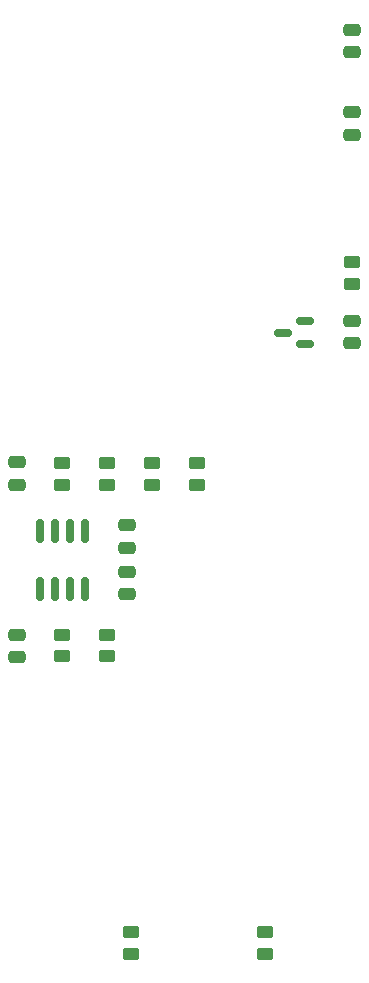
<source format=gbp>
G04 #@! TF.GenerationSoftware,KiCad,Pcbnew,6.0.0-d3dd2cf0fa~116~ubuntu20.04.1*
G04 #@! TF.CreationDate,2022-01-02T10:52:25-05:00*
G04 #@! TF.ProjectId,basic_mixer,62617369-635f-46d6-9978-65722e6b6963,0*
G04 #@! TF.SameCoordinates,Original*
G04 #@! TF.FileFunction,Paste,Bot*
G04 #@! TF.FilePolarity,Positive*
%FSLAX46Y46*%
G04 Gerber Fmt 4.6, Leading zero omitted, Abs format (unit mm)*
G04 Created by KiCad (PCBNEW 6.0.0-d3dd2cf0fa~116~ubuntu20.04.1) date 2022-01-02 10:52:25*
%MOMM*%
%LPD*%
G01*
G04 APERTURE LIST*
G04 Aperture macros list*
%AMRoundRect*
0 Rectangle with rounded corners*
0 $1 Rounding radius*
0 $2 $3 $4 $5 $6 $7 $8 $9 X,Y pos of 4 corners*
0 Add a 4 corners polygon primitive as box body*
4,1,4,$2,$3,$4,$5,$6,$7,$8,$9,$2,$3,0*
0 Add four circle primitives for the rounded corners*
1,1,$1+$1,$2,$3*
1,1,$1+$1,$4,$5*
1,1,$1+$1,$6,$7*
1,1,$1+$1,$8,$9*
0 Add four rect primitives between the rounded corners*
20,1,$1+$1,$2,$3,$4,$5,0*
20,1,$1+$1,$4,$5,$6,$7,0*
20,1,$1+$1,$6,$7,$8,$9,0*
20,1,$1+$1,$8,$9,$2,$3,0*%
G04 Aperture macros list end*
%ADD10RoundRect,0.250000X-0.475000X0.250000X-0.475000X-0.250000X0.475000X-0.250000X0.475000X0.250000X0*%
%ADD11RoundRect,0.250000X0.475000X-0.250000X0.475000X0.250000X-0.475000X0.250000X-0.475000X-0.250000X0*%
%ADD12RoundRect,0.250000X0.450000X-0.262500X0.450000X0.262500X-0.450000X0.262500X-0.450000X-0.262500X0*%
%ADD13RoundRect,0.250000X-0.450000X0.262500X-0.450000X-0.262500X0.450000X-0.262500X0.450000X0.262500X0*%
%ADD14RoundRect,0.150000X-0.150000X0.825000X-0.150000X-0.825000X0.150000X-0.825000X0.150000X0.825000X0*%
%ADD15RoundRect,0.150000X0.587500X0.150000X-0.587500X0.150000X-0.587500X-0.150000X0.587500X-0.150000X0*%
G04 APERTURE END LIST*
D10*
X130048000Y-90998000D03*
X130048000Y-92898000D03*
D11*
X120777000Y-83632000D03*
X120777000Y-81732000D03*
D12*
X128397000Y-98157000D03*
X128397000Y-96332000D03*
D10*
X130048000Y-87061000D03*
X130048000Y-88961000D03*
D13*
X141732000Y-121492000D03*
X141732000Y-123317000D03*
D10*
X149098000Y-69751500D03*
X149098000Y-71651500D03*
D12*
X124587000Y-83632000D03*
X124587000Y-81807000D03*
D14*
X122682000Y-87507000D03*
X123952000Y-87507000D03*
X125222000Y-87507000D03*
X126492000Y-87507000D03*
X126492000Y-92457000D03*
X125222000Y-92457000D03*
X123952000Y-92457000D03*
X122682000Y-92457000D03*
D13*
X128397000Y-81807000D03*
X128397000Y-83632000D03*
D10*
X120777000Y-96332000D03*
X120777000Y-98232000D03*
D13*
X124587000Y-96332000D03*
X124587000Y-98157000D03*
X149098000Y-64770000D03*
X149098000Y-66595000D03*
D15*
X145131000Y-69789000D03*
X145131000Y-71689000D03*
X143256000Y-70739000D03*
D10*
X149098000Y-52075000D03*
X149098000Y-53975000D03*
D13*
X130429000Y-121492000D03*
X130429000Y-123317000D03*
X132207000Y-81807000D03*
X132207000Y-83632000D03*
D10*
X149098000Y-45085000D03*
X149098000Y-46985000D03*
D13*
X136017000Y-81807000D03*
X136017000Y-83632000D03*
M02*

</source>
